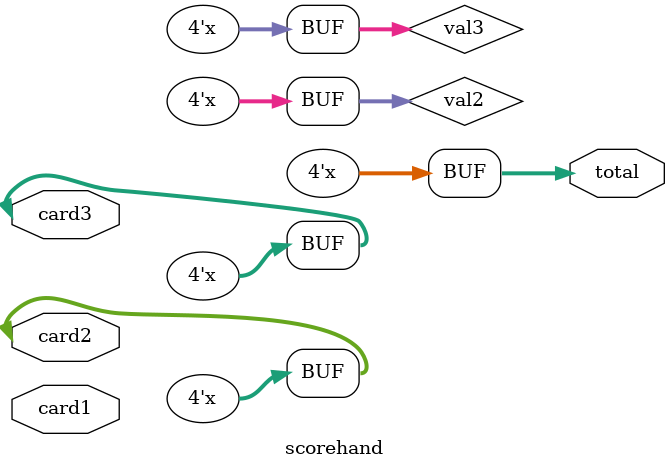
<source format=sv>
module scorehand(input logic [3:0] card1, input logic [3:0] card2, input logic [3:0] card3, output logic [3:0] total);

logic [3:0] val1, val2, val3;

always_comb begin
    case(card1[3:0])
    4'b1011, 4'b1100, 4'b1101: val1 = 4'b0000;
    default: val1 = card1;
    endcase

    case(card2[3:0])
    4'b1011, 4'b1100, 4'b1101: card2 = 4'b0000;
    default: val2 = card2;
    endcase

    case(card3[3:0])
    4'b1011, 4'b1100, 4'b1101: card3 = 4'b0000;
    default: val3 = card3;
    endcase

    total = (val1+val2+val3)%10;

end

endmodule


</source>
